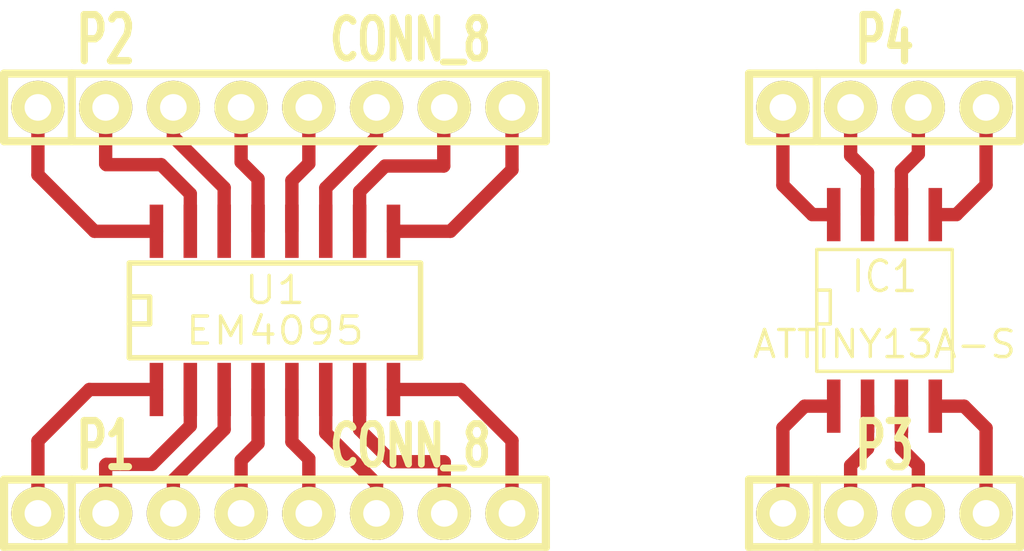
<source format=kicad_pcb>
(kicad_pcb (version 3) (host pcbnew "(2013-07-07 BZR 4022)-stable")

  (general
    (links 24)
    (no_connects 0)
    (area 174.853599 123.18619 214.806388 143.916401)
    (thickness 1.6)
    (drawings 0)
    (tracks 80)
    (zones 0)
    (modules 6)
    (nets 25)
  )

  (page A3)
  (layers
    (15 F.Cu signal)
    (0 B.Cu signal)
    (16 B.Adhes user)
    (17 F.Adhes user)
    (18 B.Paste user)
    (19 F.Paste user)
    (20 B.SilkS user)
    (21 F.SilkS user)
    (22 B.Mask user)
    (23 F.Mask user)
    (24 Dwgs.User user)
    (25 Cmts.User user)
    (26 Eco1.User user)
    (27 Eco2.User user)
    (28 Edge.Cuts user)
  )

  (setup
    (last_trace_width 0.5)
    (trace_clearance 0.254)
    (zone_clearance 0.508)
    (zone_45_only no)
    (trace_min 0.254)
    (segment_width 0.2)
    (edge_width 0.1)
    (via_size 0.889)
    (via_drill 0.635)
    (via_min_size 0.889)
    (via_min_drill 0.508)
    (uvia_size 0.508)
    (uvia_drill 0.127)
    (uvias_allowed no)
    (uvia_min_size 0.508)
    (uvia_min_drill 0.127)
    (pcb_text_width 0.3)
    (pcb_text_size 1.5 1.5)
    (mod_edge_width 0.15)
    (mod_text_size 1 1)
    (mod_text_width 0.15)
    (pad_size 2 2)
    (pad_drill 1)
    (pad_to_mask_clearance 0)
    (aux_axis_origin 0 0)
    (visible_elements 7FFFFFFF)
    (pcbplotparams
      (layerselection 32768)
      (usegerberextensions false)
      (excludeedgelayer true)
      (linewidth 0.150000)
      (plotframeref false)
      (viasonmask false)
      (mode 1)
      (useauxorigin false)
      (hpglpennumber 1)
      (hpglpenspeed 20)
      (hpglpendiameter 15)
      (hpglpenoverlay 2)
      (psnegative false)
      (psa4output false)
      (plotreference true)
      (plotvalue true)
      (plotothertext true)
      (plotinvisibletext false)
      (padsonsilk false)
      (subtractmaskfromsilk false)
      (outputformat 5)
      (mirror false)
      (drillshape 2)
      (scaleselection 1)
      (outputdirectory C:/Users/Aivaras/Desktop/something/))
  )

  (net 0 "")
  (net 1 N-000001)
  (net 2 N-0000010)
  (net 3 N-0000011)
  (net 4 N-0000012)
  (net 5 N-0000013)
  (net 6 N-0000014)
  (net 7 N-0000015)
  (net 8 N-0000016)
  (net 9 N-0000017)
  (net 10 N-0000018)
  (net 11 N-0000019)
  (net 12 N-000002)
  (net 13 N-0000020)
  (net 14 N-0000021)
  (net 15 N-0000022)
  (net 16 N-0000023)
  (net 17 N-0000024)
  (net 18 N-000003)
  (net 19 N-000004)
  (net 20 N-000005)
  (net 21 N-000006)
  (net 22 N-000007)
  (net 23 N-000008)
  (net 24 N-000009)

  (net_class Default "This is the default net class."
    (clearance 0.254)
    (trace_width 0.5)
    (via_dia 0.889)
    (via_drill 0.635)
    (uvia_dia 0.508)
    (uvia_drill 0.127)
    (add_net "")
    (add_net N-000001)
    (add_net N-0000010)
    (add_net N-0000011)
    (add_net N-0000012)
    (add_net N-0000013)
    (add_net N-0000014)
    (add_net N-0000015)
    (add_net N-0000016)
    (add_net N-0000017)
    (add_net N-0000018)
    (add_net N-0000019)
    (add_net N-000002)
    (add_net N-0000020)
    (add_net N-0000021)
    (add_net N-0000022)
    (add_net N-0000023)
    (add_net N-0000024)
    (add_net N-000003)
    (add_net N-000004)
    (add_net N-000005)
    (add_net N-000006)
    (add_net N-000007)
    (add_net N-000008)
    (add_net N-000009)
  )

  (module SO16-BEGINER (layer F.Cu) (tedit 53ECFFBB) (tstamp 53ED03E5)
    (at 185.42 134.62)
    (descr "Module CMS SOJ 16 pins etroit")
    (tags "CMS SOJ")
    (path /53ECFC05)
    (attr smd)
    (fp_text reference U1 (at 0 -0.762) (layer F.SilkS)
      (effects (font (size 1.016 1.143) (thickness 0.127)))
    )
    (fp_text value EM4095 (at 0 0.762) (layer F.SilkS)
      (effects (font (size 1.016 1.143) (thickness 0.127)))
    )
    (fp_line (start -5.461 -1.778) (end 5.461 -1.778) (layer F.SilkS) (width 0.2032))
    (fp_line (start 5.461 -1.778) (end 5.461 1.778) (layer F.SilkS) (width 0.2032))
    (fp_line (start 5.461 1.778) (end -5.461 1.778) (layer F.SilkS) (width 0.2032))
    (fp_line (start -5.461 1.778) (end -5.461 -1.778) (layer F.SilkS) (width 0.2032))
    (fp_line (start -5.461 -0.508) (end -4.699 -0.508) (layer F.SilkS) (width 0.2032))
    (fp_line (start -4.699 -0.508) (end -4.699 0.508) (layer F.SilkS) (width 0.2032))
    (fp_line (start -4.699 0.508) (end -5.461 0.508) (layer F.SilkS) (width 0.2032))
    (pad 1 smd rect (at -4.445 2.97) (size 0.508 2)
      (layers F.Cu F.Paste F.Mask)
      (net 5 N-0000013)
    )
    (pad 2 smd rect (at -3.175 2.97) (size 0.508 2)
      (layers F.Cu F.Paste F.Mask)
      (net 17 N-0000024)
    )
    (pad 3 smd rect (at -1.905 2.97) (size 0.508 2)
      (layers F.Cu F.Paste F.Mask)
      (net 16 N-0000023)
    )
    (pad 4 smd rect (at -0.635 2.97) (size 0.508 2)
      (layers F.Cu F.Paste F.Mask)
      (net 15 N-0000022)
    )
    (pad 5 smd rect (at 0.635 2.97) (size 0.508 2)
      (layers F.Cu F.Paste F.Mask)
      (net 14 N-0000021)
    )
    (pad 6 smd rect (at 1.905 2.97) (size 0.508 2)
      (layers F.Cu F.Paste F.Mask)
      (net 3 N-0000011)
    )
    (pad 7 smd rect (at 3.175 2.97) (size 0.508 2)
      (layers F.Cu F.Paste F.Mask)
      (net 22 N-000007)
    )
    (pad 8 smd rect (at 4.445 2.97) (size 0.508 2)
      (layers F.Cu F.Paste F.Mask)
      (net 21 N-000006)
    )
    (pad 9 smd rect (at 4.445 -2.97) (size 0.508 2)
      (layers F.Cu F.Paste F.Mask)
      (net 13 N-0000020)
    )
    (pad 10 smd rect (at 3.175 -2.97) (size 0.508 2)
      (layers F.Cu F.Paste F.Mask)
      (net 11 N-0000019)
    )
    (pad 11 smd rect (at 1.905 -2.97) (size 0.508 2)
      (layers F.Cu F.Paste F.Mask)
      (net 10 N-0000018)
    )
    (pad 12 smd rect (at 0.635 -2.97) (size 0.508 2)
      (layers F.Cu F.Paste F.Mask)
      (net 4 N-0000012)
    )
    (pad 13 smd rect (at -0.635 -2.97) (size 0.508 2)
      (layers F.Cu F.Paste F.Mask)
      (net 9 N-0000017)
    )
    (pad 14 smd rect (at -1.905 -2.97) (size 0.508 2)
      (layers F.Cu F.Paste F.Mask)
      (net 8 N-0000016)
    )
    (pad 15 smd rect (at -3.175 -2.97) (size 0.508 2)
      (layers F.Cu F.Paste F.Mask)
      (net 7 N-0000015)
    )
    (pad 16 smd rect (at -4.445 -2.97) (size 0.508 2)
      (layers F.Cu F.Paste F.Mask)
      (net 6 N-0000014)
    )
    (model smd/cms_so16.wrl
      (at (xyz 0 0 0))
      (scale (xyz 0.5 0.3 0.5))
      (rotate (xyz 0 0 0))
    )
  )

  (module SIL-8-1mm (layer F.Cu) (tedit 53ED065A) (tstamp 53ED03F6)
    (at 185.42 142.24)
    (descr "Connecteur 8 pins")
    (tags "CONN DEV")
    (path /53ECFC1E)
    (fp_text reference P1 (at -6.35 -2.54) (layer F.SilkS)
      (effects (font (size 1.72974 1.08712) (thickness 0.3048)))
    )
    (fp_text value CONN_8 (at 5.08 -2.54) (layer F.SilkS)
      (effects (font (size 1.524 1.016) (thickness 0.3048)))
    )
    (fp_line (start -10.16 -1.27) (end 10.16 -1.27) (layer F.SilkS) (width 0.3048))
    (fp_line (start 10.16 -1.27) (end 10.16 1.27) (layer F.SilkS) (width 0.3048))
    (fp_line (start 10.16 1.27) (end -10.16 1.27) (layer F.SilkS) (width 0.3048))
    (fp_line (start -10.16 1.27) (end -10.16 -1.27) (layer F.SilkS) (width 0.3048))
    (fp_line (start -7.62 1.27) (end -7.62 -1.27) (layer F.SilkS) (width 0.3048))
    (pad 1 thru_hole circle (at -8.89 0) (size 2 2) (drill 1)
      (layers *.Mask F.Cu F.SilkS)
      (net 5 N-0000013)
    )
    (pad 2 thru_hole circle (at -6.35 0) (size 2 2) (drill 1)
      (layers *.Mask F.Cu F.SilkS)
      (net 17 N-0000024)
    )
    (pad 3 thru_hole circle (at -3.81 0) (size 2 2) (drill 1)
      (layers *.Mask F.Cu F.SilkS)
      (net 16 N-0000023)
    )
    (pad 4 thru_hole circle (at -1.27 0) (size 2 2) (drill 1)
      (layers *.Mask F.Cu F.SilkS)
      (net 15 N-0000022)
    )
    (pad 5 thru_hole circle (at 1.27 0) (size 2 2) (drill 1)
      (layers *.Mask F.Cu F.SilkS)
      (net 14 N-0000021)
    )
    (pad 6 thru_hole circle (at 3.81 0) (size 2 2) (drill 1)
      (layers *.Mask F.Cu F.SilkS)
      (net 3 N-0000011)
    )
    (pad 7 thru_hole circle (at 6.35 0) (size 2 2) (drill 1)
      (layers *.Mask F.Cu F.SilkS)
      (net 22 N-000007)
    )
    (pad 8 thru_hole circle (at 8.89 0) (size 2 2) (drill 1)
      (layers *.Mask F.Cu F.SilkS)
      (net 21 N-000006)
    )
  )

  (module SIL-8-1mm (layer F.Cu) (tedit 53ED062F) (tstamp 53ED0407)
    (at 185.42 127)
    (descr "Connecteur 8 pins")
    (tags "CONN DEV")
    (path /53ECFC3A)
    (fp_text reference P2 (at -6.35 -2.54) (layer F.SilkS)
      (effects (font (size 1.72974 1.08712) (thickness 0.3048)))
    )
    (fp_text value CONN_8 (at 5.08 -2.54) (layer F.SilkS)
      (effects (font (size 1.524 1.016) (thickness 0.3048)))
    )
    (fp_line (start -10.16 -1.27) (end 10.16 -1.27) (layer F.SilkS) (width 0.3048))
    (fp_line (start 10.16 -1.27) (end 10.16 1.27) (layer F.SilkS) (width 0.3048))
    (fp_line (start 10.16 1.27) (end -10.16 1.27) (layer F.SilkS) (width 0.3048))
    (fp_line (start -10.16 1.27) (end -10.16 -1.27) (layer F.SilkS) (width 0.3048))
    (fp_line (start -7.62 1.27) (end -7.62 -1.27) (layer F.SilkS) (width 0.3048))
    (pad 1 thru_hole circle (at -8.89 0) (size 2 2) (drill 1)
      (layers *.Mask F.Cu F.SilkS)
      (net 6 N-0000014)
    )
    (pad 2 thru_hole circle (at -6.35 0) (size 2 2) (drill 1)
      (layers *.Mask F.Cu F.SilkS)
      (net 7 N-0000015)
    )
    (pad 3 thru_hole circle (at -3.81 0) (size 2 2) (drill 1)
      (layers *.Mask F.Cu F.SilkS)
      (net 8 N-0000016)
    )
    (pad 4 thru_hole circle (at -1.27 0) (size 2 2) (drill 1)
      (layers *.Mask F.Cu F.SilkS)
      (net 9 N-0000017)
    )
    (pad 5 thru_hole circle (at 1.27 0) (size 2 2) (drill 1)
      (layers *.Mask F.Cu F.SilkS)
      (net 4 N-0000012)
    )
    (pad 6 thru_hole circle (at 3.81 0) (size 2 2) (drill 1)
      (layers *.Mask F.Cu F.SilkS)
      (net 10 N-0000018)
    )
    (pad 7 thru_hole circle (at 6.35 0) (size 2 2) (drill 1)
      (layers *.Mask F.Cu F.SilkS)
      (net 11 N-0000019)
    )
    (pad 8 thru_hole circle (at 8.89 0) (size 2 2) (drill 1)
      (layers *.Mask F.Cu F.SilkS)
      (net 13 N-0000020)
    )
  )

  (module SO8N-BEGINER (layer F.Cu) (tedit 53ED0AEF) (tstamp 53ED0BD8)
    (at 208.28 134.62)
    (descr "Module CMS SOJ 8 pins large")
    (tags "CMS SOJ")
    (path /53ED094A)
    (attr smd)
    (fp_text reference IC1 (at 0 -1.27) (layer F.SilkS)
      (effects (font (size 1.143 1.016) (thickness 0.127)))
    )
    (fp_text value ATTINY13A-S (at 0 1.27) (layer F.SilkS)
      (effects (font (size 1.016 1.016) (thickness 0.127)))
    )
    (fp_line (start -2.54 -2.286) (end 2.54 -2.286) (layer F.SilkS) (width 0.127))
    (fp_line (start 2.54 -2.286) (end 2.54 2.286) (layer F.SilkS) (width 0.127))
    (fp_line (start 2.54 2.286) (end -2.54 2.286) (layer F.SilkS) (width 0.127))
    (fp_line (start -2.54 2.286) (end -2.54 -2.286) (layer F.SilkS) (width 0.127))
    (fp_line (start -2.54 -0.762) (end -2.032 -0.762) (layer F.SilkS) (width 0.127))
    (fp_line (start -2.032 -0.762) (end -2.032 0.508) (layer F.SilkS) (width 0.127))
    (fp_line (start -2.032 0.508) (end -2.54 0.508) (layer F.SilkS) (width 0.127))
    (pad 8 smd rect (at -1.905 -3.595) (size 0.508 2)
      (layers F.Cu F.Paste F.Mask)
      (net 19 N-000004)
    )
    (pad 7 smd rect (at -0.635 -3.595) (size 0.508 2)
      (layers F.Cu F.Paste F.Mask)
      (net 24 N-000009)
    )
    (pad 6 smd rect (at 0.635 -3.595) (size 0.508 2)
      (layers F.Cu F.Paste F.Mask)
      (net 2 N-0000010)
    )
    (pad 5 smd rect (at 1.905 -3.595) (size 0.508 2)
      (layers F.Cu F.Paste F.Mask)
      (net 23 N-000008)
    )
    (pad 4 smd rect (at 1.905 3.595) (size 0.508 2)
      (layers F.Cu F.Paste F.Mask)
      (net 20 N-000005)
    )
    (pad 3 smd rect (at 0.635 3.595) (size 0.508 2)
      (layers F.Cu F.Paste F.Mask)
      (net 18 N-000003)
    )
    (pad 2 smd rect (at -0.635 3.595) (size 0.508 2)
      (layers F.Cu F.Paste F.Mask)
      (net 12 N-000002)
    )
    (pad 1 smd rect (at -1.905 3.595) (size 0.508 2)
      (layers F.Cu F.Paste F.Mask)
      (net 1 N-000001)
    )
    (model smd/cms_so8.wrl
      (at (xyz 0 0 0))
      (scale (xyz 0.5 0.38 0.5))
      (rotate (xyz 0 0 0))
    )
  )

  (module SIL-4-1mm (layer F.Cu) (tedit 53ED0B61) (tstamp 53ED0BE7)
    (at 208.28 142.24)
    (descr "Connecteur 4 pibs")
    (tags "CONN DEV")
    (path /53ED0959)
    (fp_text reference P3 (at 0 -2.54) (layer F.SilkS)
      (effects (font (size 1.73482 1.08712) (thickness 0.3048)))
    )
    (fp_text value CONN_4 (at 0 -2.54) (layer F.SilkS) hide
      (effects (font (size 1.524 1.016) (thickness 0.3048)))
    )
    (fp_line (start -5.08 -1.27) (end -5.08 -1.27) (layer F.SilkS) (width 0.3048))
    (fp_line (start -5.08 1.27) (end -5.08 -1.27) (layer F.SilkS) (width 0.3048))
    (fp_line (start -5.08 -1.27) (end -5.08 -1.27) (layer F.SilkS) (width 0.3048))
    (fp_line (start -5.08 -1.27) (end 5.08 -1.27) (layer F.SilkS) (width 0.3048))
    (fp_line (start 5.08 -1.27) (end 5.08 1.27) (layer F.SilkS) (width 0.3048))
    (fp_line (start 5.08 1.27) (end -5.08 1.27) (layer F.SilkS) (width 0.3048))
    (fp_line (start -2.54 1.27) (end -2.54 -1.27) (layer F.SilkS) (width 0.3048))
    (pad 1 thru_hole circle (at -3.81 0) (size 2 2) (drill 1)
      (layers *.Mask F.Cu F.SilkS)
      (net 1 N-000001)
    )
    (pad 2 thru_hole circle (at -1.27 0) (size 2 2) (drill 1)
      (layers *.Mask F.Cu F.SilkS)
      (net 12 N-000002)
    )
    (pad 3 thru_hole circle (at 1.27 0) (size 2 2) (drill 1)
      (layers *.Mask F.Cu F.SilkS)
      (net 18 N-000003)
    )
    (pad 4 thru_hole circle (at 3.81 0) (size 2 2) (drill 1)
      (layers *.Mask F.Cu F.SilkS)
      (net 20 N-000005)
    )
  )

  (module SIL-4-1mm (layer F.Cu) (tedit 53ED0B61) (tstamp 53ED0BF6)
    (at 208.28 127)
    (descr "Connecteur 4 pibs")
    (tags "CONN DEV")
    (path /53ED09D4)
    (fp_text reference P4 (at 0 -2.54) (layer F.SilkS)
      (effects (font (size 1.73482 1.08712) (thickness 0.3048)))
    )
    (fp_text value CONN_4 (at 0 -2.54) (layer F.SilkS) hide
      (effects (font (size 1.524 1.016) (thickness 0.3048)))
    )
    (fp_line (start -5.08 -1.27) (end -5.08 -1.27) (layer F.SilkS) (width 0.3048))
    (fp_line (start -5.08 1.27) (end -5.08 -1.27) (layer F.SilkS) (width 0.3048))
    (fp_line (start -5.08 -1.27) (end -5.08 -1.27) (layer F.SilkS) (width 0.3048))
    (fp_line (start -5.08 -1.27) (end 5.08 -1.27) (layer F.SilkS) (width 0.3048))
    (fp_line (start 5.08 -1.27) (end 5.08 1.27) (layer F.SilkS) (width 0.3048))
    (fp_line (start 5.08 1.27) (end -5.08 1.27) (layer F.SilkS) (width 0.3048))
    (fp_line (start -2.54 1.27) (end -2.54 -1.27) (layer F.SilkS) (width 0.3048))
    (pad 1 thru_hole circle (at -3.81 0) (size 2 2) (drill 1)
      (layers *.Mask F.Cu F.SilkS)
      (net 19 N-000004)
    )
    (pad 2 thru_hole circle (at -1.27 0) (size 2 2) (drill 1)
      (layers *.Mask F.Cu F.SilkS)
      (net 24 N-000009)
    )
    (pad 3 thru_hole circle (at 1.27 0) (size 2 2) (drill 1)
      (layers *.Mask F.Cu F.SilkS)
      (net 2 N-0000010)
    )
    (pad 4 thru_hole circle (at 3.81 0) (size 2 2) (drill 1)
      (layers *.Mask F.Cu F.SilkS)
      (net 23 N-000008)
    )
  )

  (segment (start 206.375 138.215) (end 205.285 138.215) (width 0.5) (layer F.Cu) (net 1) (status 400000))
  (segment (start 204.47 139.03) (end 204.47 142.24) (width 0.5) (layer F.Cu) (net 1) (tstamp 53ED0C56) (status 800000))
  (segment (start 205.285 138.215) (end 204.47 139.03) (width 0.5) (layer F.Cu) (net 1) (tstamp 53ED0C55))
  (segment (start 208.915 131.025) (end 208.915 129.385) (width 0.5) (layer F.Cu) (net 2) (status 400000))
  (segment (start 209.55 128.75) (end 209.55 127) (width 0.5) (layer F.Cu) (net 2) (tstamp 53ED0C77) (status 800000))
  (segment (start 208.915 129.385) (end 209.55 128.75) (width 0.5) (layer F.Cu) (net 2) (tstamp 53ED0C71))
  (segment (start 187.325 137.59) (end 187.325 139.225) (width 0.5) (layer F.Cu) (net 3))
  (segment (start 189.23 141.13) (end 189.23 142.24) (width 0.5) (layer F.Cu) (net 3) (tstamp 53ED07E0))
  (segment (start 187.325 139.225) (end 189.23 141.13) (width 0.5) (layer F.Cu) (net 3) (tstamp 53ED07D4))
  (segment (start 186.055 131.65) (end 186.055 129.745) (width 0.5) (layer F.Cu) (net 4))
  (segment (start 186.69 129.11) (end 186.69 127) (width 0.5) (layer F.Cu) (net 4) (tstamp 53ED0704))
  (segment (start 186.055 129.745) (end 186.69 129.11) (width 0.5) (layer F.Cu) (net 4) (tstamp 53ED0703))
  (segment (start 180.975 137.59) (end 178.46 137.59) (width 0.5) (layer F.Cu) (net 5))
  (segment (start 176.53 139.52) (end 176.53 142.24) (width 0.5) (layer F.Cu) (net 5) (tstamp 53ED071F))
  (segment (start 178.46 137.59) (end 176.53 139.52) (width 0.5) (layer F.Cu) (net 5) (tstamp 53ED071E))
  (segment (start 180.975 131.65) (end 178.65 131.65) (width 0.5) (layer F.Cu) (net 6))
  (segment (start 176.53 129.53) (end 176.53 127) (width 0.5) (layer F.Cu) (net 6) (tstamp 53ED06F1))
  (segment (start 178.65 131.65) (end 176.53 129.53) (width 0.5) (layer F.Cu) (net 6) (tstamp 53ED06EF))
  (segment (start 182.245 131.65) (end 182.245 130.245) (width 0.5) (layer F.Cu) (net 7))
  (segment (start 179.07 129.12) (end 179.07 127) (width 0.5) (layer F.Cu) (net 7) (tstamp 53ED06F8))
  (segment (start 179.1 129.15) (end 179.07 129.12) (width 0.5) (layer F.Cu) (net 7) (tstamp 53ED06F7))
  (segment (start 181.15 129.15) (end 179.1 129.15) (width 0.5) (layer F.Cu) (net 7) (tstamp 53ED06F6))
  (segment (start 182.245 130.245) (end 181.15 129.15) (width 0.5) (layer F.Cu) (net 7) (tstamp 53ED06F5))
  (segment (start 183.515 131.65) (end 183.515 130.015) (width 0.5) (layer F.Cu) (net 8))
  (segment (start 181.61 128.11) (end 181.61 127) (width 0.5) (layer F.Cu) (net 8) (tstamp 53ED06FC))
  (segment (start 183.515 130.015) (end 181.61 128.11) (width 0.5) (layer F.Cu) (net 8) (tstamp 53ED06FB))
  (segment (start 184.785 131.65) (end 184.785 129.685) (width 0.5) (layer F.Cu) (net 9))
  (segment (start 184.15 129.05) (end 184.15 127) (width 0.5) (layer F.Cu) (net 9) (tstamp 53ED0700))
  (segment (start 184.785 129.685) (end 184.15 129.05) (width 0.5) (layer F.Cu) (net 9) (tstamp 53ED06FF))
  (segment (start 187.325 131.65) (end 187.325 130.025) (width 0.5) (layer F.Cu) (net 10))
  (segment (start 189.23 128.12) (end 189.23 127) (width 0.5) (layer F.Cu) (net 10) (tstamp 53ED0708))
  (segment (start 187.325 130.025) (end 189.23 128.12) (width 0.5) (layer F.Cu) (net 10) (tstamp 53ED0707))
  (segment (start 191.75 129.2) (end 191.75 127.02) (width 0.5) (layer F.Cu) (net 11))
  (segment (start 188.595 130.155) (end 189.55 129.2) (width 0.5) (layer F.Cu) (net 11) (tstamp 53ED0711))
  (segment (start 189.55 129.2) (end 191.75 129.2) (width 0.5) (layer F.Cu) (net 11) (tstamp 53ED0712))
  (segment (start 188.595 131.65) (end 188.595 130.155) (width 0.5) (layer F.Cu) (net 11))
  (segment (start 191.75 127.02) (end 191.77 127) (width 0.5) (layer F.Cu) (net 11) (tstamp 53ED0715))
  (segment (start 207.645 138.215) (end 207.645 139.805) (width 0.5) (layer F.Cu) (net 12) (status 400000))
  (segment (start 207.01 140.44) (end 207.01 142.24) (width 0.5) (layer F.Cu) (net 12) (tstamp 53ED0C83) (status 800000))
  (segment (start 207.645 139.805) (end 207.01 140.44) (width 0.5) (layer F.Cu) (net 12) (tstamp 53ED0C7D))
  (segment (start 189.865 131.65) (end 192 131.65) (width 0.5) (layer F.Cu) (net 13))
  (segment (start 194.31 129.34) (end 194.31 127) (width 0.5) (layer F.Cu) (net 13) (tstamp 53ED071A))
  (segment (start 192 131.65) (end 194.31 129.34) (width 0.5) (layer F.Cu) (net 13) (tstamp 53ED0718))
  (segment (start 186.055 137.59) (end 186.055 139.555) (width 0.5) (layer F.Cu) (net 14))
  (segment (start 186.69 140.19) (end 186.69 142.24) (width 0.5) (layer F.Cu) (net 14) (tstamp 53ED07CD))
  (segment (start 186.055 139.555) (end 186.69 140.19) (width 0.5) (layer F.Cu) (net 14) (tstamp 53ED07C7))
  (segment (start 184.785 137.59) (end 184.785 139.615) (width 0.5) (layer F.Cu) (net 15))
  (segment (start 184.15 140.25) (end 184.15 142.24) (width 0.5) (layer F.Cu) (net 15) (tstamp 53ED07C4))
  (segment (start 184.785 139.615) (end 184.15 140.25) (width 0.5) (layer F.Cu) (net 15) (tstamp 53ED07BD))
  (segment (start 183.515 137.59) (end 183.515 139.085) (width 0.5) (layer F.Cu) (net 16))
  (segment (start 181.61 140.99) (end 181.61 142.24) (width 0.5) (layer F.Cu) (net 16) (tstamp 53ED07BA))
  (segment (start 183.515 139.085) (end 181.61 140.99) (width 0.5) (layer F.Cu) (net 16) (tstamp 53ED07B1))
  (segment (start 182.245 137.59) (end 182.245 138.955) (width 0.5) (layer F.Cu) (net 17))
  (segment (start 179.07 140.43) (end 179.07 142.24) (width 0.5) (layer F.Cu) (net 17) (tstamp 53ED07AB))
  (segment (start 179.1 140.4) (end 179.07 140.43) (width 0.5) (layer F.Cu) (net 17) (tstamp 53ED07A8))
  (segment (start 180.8 140.4) (end 179.1 140.4) (width 0.5) (layer F.Cu) (net 17) (tstamp 53ED07A3))
  (segment (start 182.245 138.955) (end 180.8 140.4) (width 0.5) (layer F.Cu) (net 17) (tstamp 53ED078C))
  (segment (start 208.915 138.215) (end 208.915 139.815) (width 0.5) (layer F.Cu) (net 18) (status 400000))
  (segment (start 209.55 140.45) (end 209.55 142.24) (width 0.5) (layer F.Cu) (net 18) (tstamp 53ED0C8B) (status 800000))
  (segment (start 208.915 139.815) (end 209.55 140.45) (width 0.5) (layer F.Cu) (net 18) (tstamp 53ED0C86))
  (segment (start 206.375 131.025) (end 205.575 131.025) (width 0.5) (layer F.Cu) (net 19) (status 400000))
  (segment (start 204.47 129.92) (end 204.47 127) (width 0.5) (layer F.Cu) (net 19) (tstamp 53ED0C47) (status 800000))
  (segment (start 205.575 131.025) (end 204.47 129.92) (width 0.5) (layer F.Cu) (net 19) (tstamp 53ED0C46))
  (segment (start 210.185 138.215) (end 211.265 138.215) (width 0.5) (layer F.Cu) (net 20) (status 400000))
  (segment (start 212.09 139.04) (end 212.09 142.24) (width 0.5) (layer F.Cu) (net 20) (tstamp 53ED0C60) (status 800000))
  (segment (start 211.265 138.215) (end 212.09 139.04) (width 0.5) (layer F.Cu) (net 20) (tstamp 53ED0C5F))
  (segment (start 189.865 137.59) (end 192.39 137.59) (width 0.5) (layer F.Cu) (net 21))
  (segment (start 194.31 139.51) (end 194.31 142.24) (width 0.5) (layer F.Cu) (net 21) (tstamp 53ED07FE))
  (segment (start 192.39 137.59) (end 194.31 139.51) (width 0.5) (layer F.Cu) (net 21) (tstamp 53ED07F4))
  (segment (start 188.595 137.59) (end 188.595 139.095) (width 0.5) (layer F.Cu) (net 22))
  (segment (start 191.77 140.32) (end 191.77 142.24) (width 0.5) (layer F.Cu) (net 22) (tstamp 53ED07F1))
  (segment (start 191.75 140.3) (end 191.77 140.32) (width 0.5) (layer F.Cu) (net 22) (tstamp 53ED07EE))
  (segment (start 189.8 140.3) (end 191.75 140.3) (width 0.5) (layer F.Cu) (net 22) (tstamp 53ED07EA))
  (segment (start 188.595 139.095) (end 189.8 140.3) (width 0.5) (layer F.Cu) (net 22) (tstamp 53ED07E3))
  (segment (start 210.185 131.025) (end 210.975 131.025) (width 0.5) (layer F.Cu) (net 23) (status 400000))
  (segment (start 212.09 129.91) (end 212.09 127) (width 0.5) (layer F.Cu) (net 23) (tstamp 53ED0C52) (status 800000))
  (segment (start 210.975 131.025) (end 212.09 129.91) (width 0.5) (layer F.Cu) (net 23) (tstamp 53ED0C51))
  (segment (start 207.645 131.025) (end 207.645 129.445) (width 0.5) (layer F.Cu) (net 24) (status 400000))
  (segment (start 207.01 128.81) (end 207.01 127) (width 0.5) (layer F.Cu) (net 24) (tstamp 53ED0C6A) (status 800000))
  (segment (start 207.645 129.445) (end 207.01 128.81) (width 0.5) (layer F.Cu) (net 24) (tstamp 53ED0C64))

)

</source>
